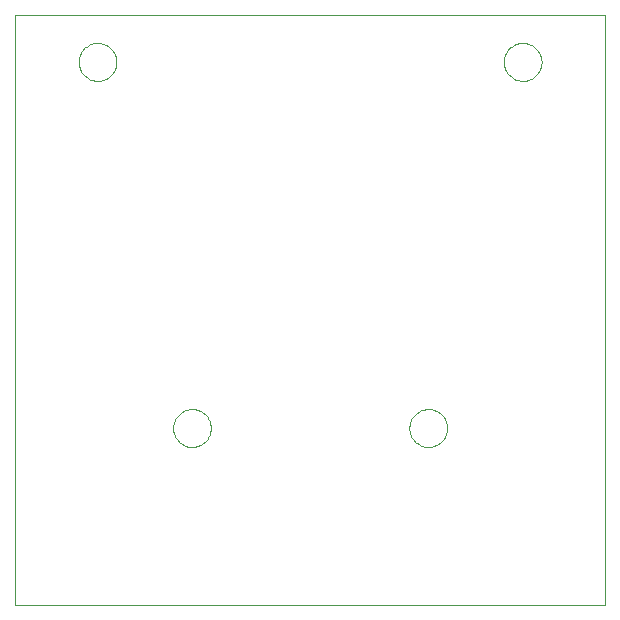
<source format=gbp>
G75*
G70*
%OFA0B0*%
%FSLAX24Y24*%
%IPPOS*%
%LPD*%
%AMOC8*
5,1,8,0,0,1.08239X$1,22.5*
%
%ADD10C,0.0000*%
D10*
X000589Y000574D02*
X000589Y020259D01*
X020274Y020259D01*
X020274Y000574D01*
X000589Y000574D01*
X005865Y006479D02*
X005867Y006529D01*
X005873Y006579D01*
X005883Y006628D01*
X005897Y006676D01*
X005914Y006723D01*
X005935Y006768D01*
X005960Y006812D01*
X005988Y006853D01*
X006020Y006892D01*
X006054Y006929D01*
X006091Y006963D01*
X006131Y006993D01*
X006173Y007020D01*
X006217Y007044D01*
X006263Y007065D01*
X006310Y007081D01*
X006358Y007094D01*
X006408Y007103D01*
X006457Y007108D01*
X006508Y007109D01*
X006558Y007106D01*
X006607Y007099D01*
X006656Y007088D01*
X006704Y007073D01*
X006750Y007055D01*
X006795Y007033D01*
X006838Y007007D01*
X006879Y006978D01*
X006918Y006946D01*
X006954Y006911D01*
X006986Y006873D01*
X007016Y006833D01*
X007043Y006790D01*
X007066Y006746D01*
X007085Y006700D01*
X007101Y006652D01*
X007113Y006603D01*
X007121Y006554D01*
X007125Y006504D01*
X007125Y006454D01*
X007121Y006404D01*
X007113Y006355D01*
X007101Y006306D01*
X007085Y006258D01*
X007066Y006212D01*
X007043Y006168D01*
X007016Y006125D01*
X006986Y006085D01*
X006954Y006047D01*
X006918Y006012D01*
X006879Y005980D01*
X006838Y005951D01*
X006795Y005925D01*
X006750Y005903D01*
X006704Y005885D01*
X006656Y005870D01*
X006607Y005859D01*
X006558Y005852D01*
X006508Y005849D01*
X006457Y005850D01*
X006408Y005855D01*
X006358Y005864D01*
X006310Y005877D01*
X006263Y005893D01*
X006217Y005914D01*
X006173Y005938D01*
X006131Y005965D01*
X006091Y005995D01*
X006054Y006029D01*
X006020Y006066D01*
X005988Y006105D01*
X005960Y006146D01*
X005935Y006190D01*
X005914Y006235D01*
X005897Y006282D01*
X005883Y006330D01*
X005873Y006379D01*
X005867Y006429D01*
X005865Y006479D01*
X013739Y006479D02*
X013741Y006529D01*
X013747Y006579D01*
X013757Y006628D01*
X013771Y006676D01*
X013788Y006723D01*
X013809Y006768D01*
X013834Y006812D01*
X013862Y006853D01*
X013894Y006892D01*
X013928Y006929D01*
X013965Y006963D01*
X014005Y006993D01*
X014047Y007020D01*
X014091Y007044D01*
X014137Y007065D01*
X014184Y007081D01*
X014232Y007094D01*
X014282Y007103D01*
X014331Y007108D01*
X014382Y007109D01*
X014432Y007106D01*
X014481Y007099D01*
X014530Y007088D01*
X014578Y007073D01*
X014624Y007055D01*
X014669Y007033D01*
X014712Y007007D01*
X014753Y006978D01*
X014792Y006946D01*
X014828Y006911D01*
X014860Y006873D01*
X014890Y006833D01*
X014917Y006790D01*
X014940Y006746D01*
X014959Y006700D01*
X014975Y006652D01*
X014987Y006603D01*
X014995Y006554D01*
X014999Y006504D01*
X014999Y006454D01*
X014995Y006404D01*
X014987Y006355D01*
X014975Y006306D01*
X014959Y006258D01*
X014940Y006212D01*
X014917Y006168D01*
X014890Y006125D01*
X014860Y006085D01*
X014828Y006047D01*
X014792Y006012D01*
X014753Y005980D01*
X014712Y005951D01*
X014669Y005925D01*
X014624Y005903D01*
X014578Y005885D01*
X014530Y005870D01*
X014481Y005859D01*
X014432Y005852D01*
X014382Y005849D01*
X014331Y005850D01*
X014282Y005855D01*
X014232Y005864D01*
X014184Y005877D01*
X014137Y005893D01*
X014091Y005914D01*
X014047Y005938D01*
X014005Y005965D01*
X013965Y005995D01*
X013928Y006029D01*
X013894Y006066D01*
X013862Y006105D01*
X013834Y006146D01*
X013809Y006190D01*
X013788Y006235D01*
X013771Y006282D01*
X013757Y006330D01*
X013747Y006379D01*
X013741Y006429D01*
X013739Y006479D01*
X016889Y018684D02*
X016891Y018734D01*
X016897Y018784D01*
X016907Y018833D01*
X016921Y018881D01*
X016938Y018928D01*
X016959Y018973D01*
X016984Y019017D01*
X017012Y019058D01*
X017044Y019097D01*
X017078Y019134D01*
X017115Y019168D01*
X017155Y019198D01*
X017197Y019225D01*
X017241Y019249D01*
X017287Y019270D01*
X017334Y019286D01*
X017382Y019299D01*
X017432Y019308D01*
X017481Y019313D01*
X017532Y019314D01*
X017582Y019311D01*
X017631Y019304D01*
X017680Y019293D01*
X017728Y019278D01*
X017774Y019260D01*
X017819Y019238D01*
X017862Y019212D01*
X017903Y019183D01*
X017942Y019151D01*
X017978Y019116D01*
X018010Y019078D01*
X018040Y019038D01*
X018067Y018995D01*
X018090Y018951D01*
X018109Y018905D01*
X018125Y018857D01*
X018137Y018808D01*
X018145Y018759D01*
X018149Y018709D01*
X018149Y018659D01*
X018145Y018609D01*
X018137Y018560D01*
X018125Y018511D01*
X018109Y018463D01*
X018090Y018417D01*
X018067Y018373D01*
X018040Y018330D01*
X018010Y018290D01*
X017978Y018252D01*
X017942Y018217D01*
X017903Y018185D01*
X017862Y018156D01*
X017819Y018130D01*
X017774Y018108D01*
X017728Y018090D01*
X017680Y018075D01*
X017631Y018064D01*
X017582Y018057D01*
X017532Y018054D01*
X017481Y018055D01*
X017432Y018060D01*
X017382Y018069D01*
X017334Y018082D01*
X017287Y018098D01*
X017241Y018119D01*
X017197Y018143D01*
X017155Y018170D01*
X017115Y018200D01*
X017078Y018234D01*
X017044Y018271D01*
X017012Y018310D01*
X016984Y018351D01*
X016959Y018395D01*
X016938Y018440D01*
X016921Y018487D01*
X016907Y018535D01*
X016897Y018584D01*
X016891Y018634D01*
X016889Y018684D01*
X002715Y018684D02*
X002717Y018734D01*
X002723Y018784D01*
X002733Y018833D01*
X002747Y018881D01*
X002764Y018928D01*
X002785Y018973D01*
X002810Y019017D01*
X002838Y019058D01*
X002870Y019097D01*
X002904Y019134D01*
X002941Y019168D01*
X002981Y019198D01*
X003023Y019225D01*
X003067Y019249D01*
X003113Y019270D01*
X003160Y019286D01*
X003208Y019299D01*
X003258Y019308D01*
X003307Y019313D01*
X003358Y019314D01*
X003408Y019311D01*
X003457Y019304D01*
X003506Y019293D01*
X003554Y019278D01*
X003600Y019260D01*
X003645Y019238D01*
X003688Y019212D01*
X003729Y019183D01*
X003768Y019151D01*
X003804Y019116D01*
X003836Y019078D01*
X003866Y019038D01*
X003893Y018995D01*
X003916Y018951D01*
X003935Y018905D01*
X003951Y018857D01*
X003963Y018808D01*
X003971Y018759D01*
X003975Y018709D01*
X003975Y018659D01*
X003971Y018609D01*
X003963Y018560D01*
X003951Y018511D01*
X003935Y018463D01*
X003916Y018417D01*
X003893Y018373D01*
X003866Y018330D01*
X003836Y018290D01*
X003804Y018252D01*
X003768Y018217D01*
X003729Y018185D01*
X003688Y018156D01*
X003645Y018130D01*
X003600Y018108D01*
X003554Y018090D01*
X003506Y018075D01*
X003457Y018064D01*
X003408Y018057D01*
X003358Y018054D01*
X003307Y018055D01*
X003258Y018060D01*
X003208Y018069D01*
X003160Y018082D01*
X003113Y018098D01*
X003067Y018119D01*
X003023Y018143D01*
X002981Y018170D01*
X002941Y018200D01*
X002904Y018234D01*
X002870Y018271D01*
X002838Y018310D01*
X002810Y018351D01*
X002785Y018395D01*
X002764Y018440D01*
X002747Y018487D01*
X002733Y018535D01*
X002723Y018584D01*
X002717Y018634D01*
X002715Y018684D01*
M02*

</source>
